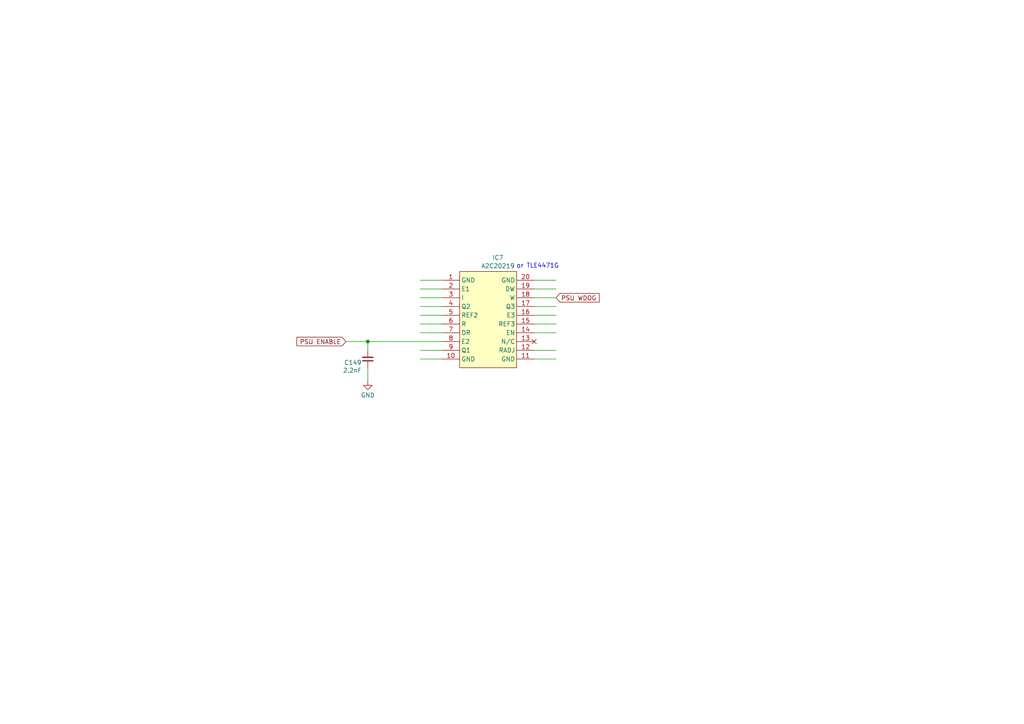
<source format=kicad_sch>
(kicad_sch
	(version 20250114)
	(generator "eeschema")
	(generator_version "9.0")
	(uuid "57ed39a1-6f06-48c6-9807-65be93d9e671")
	(paper "A4")
	(lib_symbols
		(symbol "Device:C_Small"
			(pin_numbers
				(hide yes)
			)
			(pin_names
				(offset 0.254)
				(hide yes)
			)
			(exclude_from_sim no)
			(in_bom yes)
			(on_board yes)
			(property "Reference" "C"
				(at 0.254 1.778 0)
				(effects
					(font
						(size 1.27 1.27)
					)
					(justify left)
				)
			)
			(property "Value" "C_Small"
				(at 0.254 -2.032 0)
				(effects
					(font
						(size 1.27 1.27)
					)
					(justify left)
				)
			)
			(property "Footprint" ""
				(at 0 0 0)
				(effects
					(font
						(size 1.27 1.27)
					)
					(hide yes)
				)
			)
			(property "Datasheet" "~"
				(at 0 0 0)
				(effects
					(font
						(size 1.27 1.27)
					)
					(hide yes)
				)
			)
			(property "Description" "Unpolarized capacitor, small symbol"
				(at 0 0 0)
				(effects
					(font
						(size 1.27 1.27)
					)
					(hide yes)
				)
			)
			(property "ki_keywords" "capacitor cap"
				(at 0 0 0)
				(effects
					(font
						(size 1.27 1.27)
					)
					(hide yes)
				)
			)
			(property "ki_fp_filters" "C_*"
				(at 0 0 0)
				(effects
					(font
						(size 1.27 1.27)
					)
					(hide yes)
				)
			)
			(symbol "C_Small_0_1"
				(polyline
					(pts
						(xy -1.524 0.508) (xy 1.524 0.508)
					)
					(stroke
						(width 0.3048)
						(type default)
					)
					(fill
						(type none)
					)
				)
				(polyline
					(pts
						(xy -1.524 -0.508) (xy 1.524 -0.508)
					)
					(stroke
						(width 0.3302)
						(type default)
					)
					(fill
						(type none)
					)
				)
			)
			(symbol "C_Small_1_1"
				(pin passive line
					(at 0 2.54 270)
					(length 2.032)
					(name "~"
						(effects
							(font
								(size 1.27 1.27)
							)
						)
					)
					(number "1"
						(effects
							(font
								(size 1.27 1.27)
							)
						)
					)
				)
				(pin passive line
					(at 0 -2.54 90)
					(length 2.032)
					(name "~"
						(effects
							(font
								(size 1.27 1.27)
							)
						)
					)
					(number "2"
						(effects
							(font
								(size 1.27 1.27)
							)
						)
					)
				)
			)
			(embedded_fonts no)
		)
		(symbol "SIMK43:A2C20219"
			(exclude_from_sim no)
			(in_bom yes)
			(on_board yes)
			(property "Reference" "IC"
				(at 0.508 -13.97 0)
				(effects
					(font
						(size 1.27 1.27)
					)
				)
			)
			(property "Value" ""
				(at 0 0 0)
				(effects
					(font
						(size 1.27 1.27)
					)
				)
			)
			(property "Footprint" ""
				(at 0 0 0)
				(effects
					(font
						(size 1.27 1.27)
					)
					(hide yes)
				)
			)
			(property "Datasheet" ""
				(at 0 0 0)
				(effects
					(font
						(size 1.27 1.27)
					)
					(hide yes)
				)
			)
			(property "Description" ""
				(at 0 0 0)
				(effects
					(font
						(size 1.27 1.27)
					)
					(hide yes)
				)
			)
			(symbol "A2C20219_0_1"
				(polyline
					(pts
						(xy 13.335 -6.985) (xy 14.605 -8.255)
					)
					(stroke
						(width 0)
						(type default)
					)
					(fill
						(type none)
					)
				)
				(polyline
					(pts
						(xy 13.335 -8.255) (xy 14.605 -6.985)
					)
					(stroke
						(width 0)
						(type default)
					)
					(fill
						(type none)
					)
				)
			)
			(symbol "A2C20219_1_1"
				(rectangle
					(start -7.62 12.7)
					(end 8.89 -15.24)
					(stroke
						(width 0)
						(type solid)
					)
					(fill
						(type color)
						(color 255 255 194 1)
					)
				)
				(pin bidirectional line
					(at -12.7 10.16 0)
					(length 5)
					(name "GND"
						(effects
							(font
								(size 1.27 1.27)
							)
						)
					)
					(number "1"
						(effects
							(font
								(size 1.27 1.27)
							)
						)
					)
				)
				(pin bidirectional line
					(at -12.7 7.62 0)
					(length 5)
					(name "E1"
						(effects
							(font
								(size 1.27 1.27)
							)
						)
					)
					(number "2"
						(effects
							(font
								(size 1.27 1.27)
							)
						)
					)
				)
				(pin bidirectional line
					(at -12.7 5.08 0)
					(length 5)
					(name "I"
						(effects
							(font
								(size 1.27 1.27)
							)
						)
					)
					(number "3"
						(effects
							(font
								(size 1.27 1.27)
							)
						)
					)
				)
				(pin bidirectional line
					(at -12.7 2.54 0)
					(length 5)
					(name "Q2"
						(effects
							(font
								(size 1.27 1.27)
							)
						)
					)
					(number "4"
						(effects
							(font
								(size 1.27 1.27)
							)
						)
					)
				)
				(pin bidirectional line
					(at -12.7 0 0)
					(length 5)
					(name "REF2"
						(effects
							(font
								(size 1.27 1.27)
							)
						)
					)
					(number "5"
						(effects
							(font
								(size 1.27 1.27)
							)
						)
					)
				)
				(pin bidirectional line
					(at -12.7 -2.54 0)
					(length 5)
					(name "R"
						(effects
							(font
								(size 1.27 1.27)
							)
						)
					)
					(number "6"
						(effects
							(font
								(size 1.27 1.27)
							)
						)
					)
				)
				(pin bidirectional line
					(at -12.7 -5.08 0)
					(length 5)
					(name "DR"
						(effects
							(font
								(size 1.27 1.27)
							)
						)
					)
					(number "7"
						(effects
							(font
								(size 1.27 1.27)
							)
						)
					)
				)
				(pin bidirectional line
					(at -12.7 -7.62 0)
					(length 5)
					(name "E2"
						(effects
							(font
								(size 1.27 1.27)
							)
						)
					)
					(number "8"
						(effects
							(font
								(size 1.27 1.27)
							)
						)
					)
				)
				(pin bidirectional line
					(at -12.7 -10.16 0)
					(length 5)
					(name "Q1"
						(effects
							(font
								(size 1.27 1.27)
							)
						)
					)
					(number "9"
						(effects
							(font
								(size 1.27 1.27)
							)
						)
					)
				)
				(pin bidirectional line
					(at -12.7 -12.7 0)
					(length 5)
					(name "GND"
						(effects
							(font
								(size 1.27 1.27)
							)
						)
					)
					(number "10"
						(effects
							(font
								(size 1.27 1.27)
							)
						)
					)
				)
				(pin bidirectional line
					(at 13.97 10.16 180)
					(length 5)
					(name "GND"
						(effects
							(font
								(size 1.27 1.27)
							)
						)
					)
					(number "20"
						(effects
							(font
								(size 1.27 1.27)
							)
						)
					)
				)
				(pin bidirectional line
					(at 13.97 7.62 180)
					(length 5)
					(name "DW"
						(effects
							(font
								(size 1.27 1.27)
							)
						)
					)
					(number "19"
						(effects
							(font
								(size 1.27 1.27)
							)
						)
					)
				)
				(pin bidirectional line
					(at 13.97 5.08 180)
					(length 5)
					(name "W"
						(effects
							(font
								(size 1.27 1.27)
							)
						)
					)
					(number "18"
						(effects
							(font
								(size 1.27 1.27)
							)
						)
					)
				)
				(pin bidirectional line
					(at 13.97 2.54 180)
					(length 5)
					(name "Q3"
						(effects
							(font
								(size 1.27 1.27)
							)
						)
					)
					(number "17"
						(effects
							(font
								(size 1.27 1.27)
							)
						)
					)
				)
				(pin bidirectional line
					(at 13.97 0 180)
					(length 5)
					(name "E3"
						(effects
							(font
								(size 1.27 1.27)
							)
						)
					)
					(number "16"
						(effects
							(font
								(size 1.27 1.27)
							)
						)
					)
				)
				(pin bidirectional line
					(at 13.97 -2.54 180)
					(length 5)
					(name "REF3"
						(effects
							(font
								(size 1.27 1.27)
							)
						)
					)
					(number "15"
						(effects
							(font
								(size 1.27 1.27)
							)
						)
					)
				)
				(pin bidirectional line
					(at 13.97 -5.08 180)
					(length 5)
					(name "EN"
						(effects
							(font
								(size 1.27 1.27)
							)
						)
					)
					(number "14"
						(effects
							(font
								(size 1.27 1.27)
							)
						)
					)
				)
				(pin bidirectional line
					(at 13.97 -7.62 180)
					(length 5)
					(name "N/C"
						(effects
							(font
								(size 1.27 1.27)
							)
						)
					)
					(number "13"
						(effects
							(font
								(size 1.27 1.27)
							)
						)
					)
				)
				(pin bidirectional line
					(at 13.97 -10.16 180)
					(length 5)
					(name "RADJ"
						(effects
							(font
								(size 1.27 1.27)
							)
						)
					)
					(number "12"
						(effects
							(font
								(size 1.27 1.27)
							)
						)
					)
				)
				(pin bidirectional line
					(at 13.97 -12.7 180)
					(length 5)
					(name "GND"
						(effects
							(font
								(size 1.27 1.27)
							)
						)
					)
					(number "11"
						(effects
							(font
								(size 1.27 1.27)
							)
						)
					)
				)
			)
			(embedded_fonts no)
		)
		(symbol "power:GND"
			(power)
			(pin_numbers
				(hide yes)
			)
			(pin_names
				(offset 0)
				(hide yes)
			)
			(exclude_from_sim no)
			(in_bom yes)
			(on_board yes)
			(property "Reference" "#PWR"
				(at 0 -6.35 0)
				(effects
					(font
						(size 1.27 1.27)
					)
					(hide yes)
				)
			)
			(property "Value" "GND"
				(at 0 -3.81 0)
				(effects
					(font
						(size 1.27 1.27)
					)
				)
			)
			(property "Footprint" ""
				(at 0 0 0)
				(effects
					(font
						(size 1.27 1.27)
					)
					(hide yes)
				)
			)
			(property "Datasheet" ""
				(at 0 0 0)
				(effects
					(font
						(size 1.27 1.27)
					)
					(hide yes)
				)
			)
			(property "Description" "Power symbol creates a global label with name \"GND\" , ground"
				(at 0 0 0)
				(effects
					(font
						(size 1.27 1.27)
					)
					(hide yes)
				)
			)
			(property "ki_keywords" "global power"
				(at 0 0 0)
				(effects
					(font
						(size 1.27 1.27)
					)
					(hide yes)
				)
			)
			(symbol "GND_0_1"
				(polyline
					(pts
						(xy 0 0) (xy 0 -1.27) (xy 1.27 -1.27) (xy 0 -2.54) (xy -1.27 -1.27) (xy 0 -1.27)
					)
					(stroke
						(width 0)
						(type default)
					)
					(fill
						(type none)
					)
				)
			)
			(symbol "GND_1_1"
				(pin power_in line
					(at 0 0 270)
					(length 0)
					(name "~"
						(effects
							(font
								(size 1.27 1.27)
							)
						)
					)
					(number "1"
						(effects
							(font
								(size 1.27 1.27)
							)
						)
					)
				)
			)
			(embedded_fonts no)
		)
	)
	(text "or TLE4471G"
		(exclude_from_sim no)
		(at 155.956 77.216 0)
		(effects
			(font
				(size 1.27 1.27)
			)
		)
		(uuid "218bb00c-2d71-4b99-afda-4b164b329561")
	)
	(junction
		(at 106.68 99.06)
		(diameter 0)
		(color 0 0 0 0)
		(uuid "9582f274-035b-4c95-91f3-bbe477fb1e57")
	)
	(wire
		(pts
			(xy 154.94 86.36) (xy 161.29 86.36)
		)
		(stroke
			(width 0)
			(type default)
		)
		(uuid "08abb6b1-1ac6-44b7-a58e-39bfbacb09cb")
	)
	(wire
		(pts
			(xy 154.94 96.52) (xy 161.29 96.52)
		)
		(stroke
			(width 0)
			(type default)
		)
		(uuid "19f48963-0761-4442-9fda-45172fb28e10")
	)
	(wire
		(pts
			(xy 154.94 104.14) (xy 161.29 104.14)
		)
		(stroke
			(width 0)
			(type default)
		)
		(uuid "4ec6b3a8-32a7-4801-8411-87992a9f2e4d")
	)
	(wire
		(pts
			(xy 121.92 104.14) (xy 128.27 104.14)
		)
		(stroke
			(width 0)
			(type default)
		)
		(uuid "52305155-6614-48e2-bcde-e142e6561278")
	)
	(wire
		(pts
			(xy 121.92 88.9) (xy 128.27 88.9)
		)
		(stroke
			(width 0)
			(type default)
		)
		(uuid "53b6d369-642c-49fd-bcdc-cf21efb0ab49")
	)
	(wire
		(pts
			(xy 121.92 91.44) (xy 128.27 91.44)
		)
		(stroke
			(width 0)
			(type default)
		)
		(uuid "58516451-7dfa-451b-9c8c-e553c2a3fb99")
	)
	(wire
		(pts
			(xy 121.92 101.6) (xy 128.27 101.6)
		)
		(stroke
			(width 0)
			(type default)
		)
		(uuid "62f3ce56-2618-4dcf-8e2f-9b9ad0dd8646")
	)
	(wire
		(pts
			(xy 154.94 101.6) (xy 161.29 101.6)
		)
		(stroke
			(width 0)
			(type default)
		)
		(uuid "710696a0-da3b-4755-9f85-d1f30ea9ce01")
	)
	(wire
		(pts
			(xy 154.94 88.9) (xy 161.29 88.9)
		)
		(stroke
			(width 0)
			(type default)
		)
		(uuid "a8efd97a-45be-4ea9-97d4-5d51b8df3b60")
	)
	(wire
		(pts
			(xy 106.68 106.68) (xy 106.68 110.49)
		)
		(stroke
			(width 0)
			(type default)
		)
		(uuid "b0a800c8-4f34-46b9-9a66-5b3fc77af280")
	)
	(wire
		(pts
			(xy 121.92 81.28) (xy 128.27 81.28)
		)
		(stroke
			(width 0)
			(type default)
		)
		(uuid "b2d5ef3d-9826-4ffa-bd3f-af8f1446b710")
	)
	(wire
		(pts
			(xy 154.94 81.28) (xy 161.29 81.28)
		)
		(stroke
			(width 0)
			(type default)
		)
		(uuid "b47b928e-ff9b-40a2-92b4-9e81c7eaa017")
	)
	(wire
		(pts
			(xy 121.92 83.82) (xy 128.27 83.82)
		)
		(stroke
			(width 0)
			(type default)
		)
		(uuid "bbd4de56-0d37-4a34-8f69-af29ac9b4cc5")
	)
	(wire
		(pts
			(xy 100.33 99.06) (xy 106.68 99.06)
		)
		(stroke
			(width 0)
			(type default)
		)
		(uuid "c40ab6a7-0668-4218-b882-5bb7b962135d")
	)
	(wire
		(pts
			(xy 106.68 99.06) (xy 128.27 99.06)
		)
		(stroke
			(width 0)
			(type default)
		)
		(uuid "ce5ce9bf-c71a-40e1-8a79-18b621360759")
	)
	(wire
		(pts
			(xy 106.68 99.06) (xy 106.68 101.6)
		)
		(stroke
			(width 0)
			(type default)
		)
		(uuid "d74b0970-6709-4db4-b368-abbc5d82192c")
	)
	(wire
		(pts
			(xy 154.94 93.98) (xy 161.29 93.98)
		)
		(stroke
			(width 0)
			(type default)
		)
		(uuid "e3aa1e7b-08e3-4de5-9d1e-ab39c4e3ad93")
	)
	(wire
		(pts
			(xy 121.92 93.98) (xy 128.27 93.98)
		)
		(stroke
			(width 0)
			(type default)
		)
		(uuid "e4bbb483-bbdd-4398-a747-70cd125296ef")
	)
	(wire
		(pts
			(xy 154.94 83.82) (xy 161.29 83.82)
		)
		(stroke
			(width 0)
			(type default)
		)
		(uuid "ec501873-e097-44c3-b661-42793c2a6fbd")
	)
	(wire
		(pts
			(xy 154.94 91.44) (xy 161.29 91.44)
		)
		(stroke
			(width 0)
			(type default)
		)
		(uuid "f45a0292-335c-4e60-9b6c-8c5801db2fc0")
	)
	(wire
		(pts
			(xy 121.92 96.52) (xy 128.27 96.52)
		)
		(stroke
			(width 0)
			(type default)
		)
		(uuid "f679f104-9973-46d9-afad-5691a65036ab")
	)
	(wire
		(pts
			(xy 121.92 86.36) (xy 128.27 86.36)
		)
		(stroke
			(width 0)
			(type default)
		)
		(uuid "f9a4b48a-a1bc-4527-8dc2-090a79fc6261")
	)
	(global_label "PSU ENABLE"
		(shape input)
		(at 100.33 99.06 180)
		(fields_autoplaced yes)
		(effects
			(font
				(size 1.27 1.27)
			)
			(justify right)
		)
		(uuid "8d7bd304-89f7-4f47-99f3-da1537f343a4")
		(property "Intersheetrefs" "${INTERSHEET_REFS}"
			(at 85.552 99.06 0)
			(effects
				(font
					(size 1.27 1.27)
				)
				(justify right)
				(hide yes)
			)
		)
	)
	(global_label "PSU WDOG"
		(shape input)
		(at 161.29 86.36 0)
		(fields_autoplaced yes)
		(effects
			(font
				(size 1.27 1.27)
			)
			(justify left)
		)
		(uuid "d72b9f13-8c9f-4143-9ebb-1904c1a1be8f")
		(property "Intersheetrefs" "${INTERSHEET_REFS}"
			(at 180.3618 86.36 0)
			(effects
				(font
					(size 1.27 1.27)
				)
				(justify left)
				(hide yes)
			)
		)
	)
	(symbol
		(lib_id "power:GND")
		(at 106.68 110.49 0)
		(unit 1)
		(exclude_from_sim no)
		(in_bom yes)
		(on_board yes)
		(dnp no)
		(fields_autoplaced yes)
		(uuid "1ce10082-b724-405f-aca1-0f79641a6d1c")
		(property "Reference" "#PWR044"
			(at 106.68 116.84 0)
			(effects
				(font
					(size 1.27 1.27)
				)
				(hide yes)
			)
		)
		(property "Value" "GND"
			(at 106.68 114.6231 0)
			(effects
				(font
					(size 1.27 1.27)
				)
			)
		)
		(property "Footprint" ""
			(at 106.68 110.49 0)
			(effects
				(font
					(size 1.27 1.27)
				)
				(hide yes)
			)
		)
		(property "Datasheet" ""
			(at 106.68 110.49 0)
			(effects
				(font
					(size 1.27 1.27)
				)
				(hide yes)
			)
		)
		(property "Description" "Power symbol creates a global label with name \"GND\" , ground"
			(at 106.68 110.49 0)
			(effects
				(font
					(size 1.27 1.27)
				)
				(hide yes)
			)
		)
		(pin "1"
			(uuid "dcf92959-11a5-43cb-a370-99392cc19571")
		)
		(instances
			(project "5wy19_converted"
				(path "/abd366a8-4ac6-4ee7-9079-ac453affd4f2/c4e8148c-e0d9-424a-a1b0-b7edb94ab807"
					(reference "#PWR044")
					(unit 1)
				)
			)
		)
	)
	(symbol
		(lib_id "SIMK43:A2C20219")
		(at 140.97 91.44 0)
		(unit 1)
		(exclude_from_sim no)
		(in_bom yes)
		(on_board yes)
		(dnp no)
		(fields_autoplaced yes)
		(uuid "1d1d78ae-4b5c-4764-bfb2-55f3a85d6c1e")
		(property "Reference" "IC7"
			(at 144.4225 74.7225 0)
			(effects
				(font
					(size 1.27 1.27)
				)
			)
		)
		(property "Value" "A2C20219"
			(at 144.4225 77.1468 0)
			(effects
				(font
					(size 1.27 1.27)
				)
			)
		)
		(property "Footprint" ""
			(at 140.97 91.44 0)
			(effects
				(font
					(size 1.27 1.27)
				)
				(hide yes)
			)
		)
		(property "Datasheet" ""
			(at 140.97 91.44 0)
			(effects
				(font
					(size 1.27 1.27)
				)
				(hide yes)
			)
		)
		(property "Description" ""
			(at 140.97 91.44 0)
			(effects
				(font
					(size 1.27 1.27)
				)
				(hide yes)
			)
		)
		(pin "19"
			(uuid "f69114d7-3a3f-4e54-bdbd-817822e0a2a6")
		)
		(pin "5"
			(uuid "99e22955-c553-4214-90f9-88212a7a30ae")
		)
		(pin "6"
			(uuid "4f038424-ae10-454c-bbc0-3d770ed33896")
		)
		(pin "7"
			(uuid "c8b96d33-15b0-45d0-ab9c-6d4066ecd68c")
		)
		(pin "1"
			(uuid "24de99fc-39d5-4d49-ae0c-6520ae3d36b5")
		)
		(pin "4"
			(uuid "09fd8282-410c-4f7f-ac38-0d4156c1437b")
		)
		(pin "9"
			(uuid "35a505bf-5310-4337-b263-64b7ea8d15c2")
		)
		(pin "10"
			(uuid "f8c0f228-246b-43a7-9b8a-f7203cc325d9")
		)
		(pin "15"
			(uuid "10e28f5b-169c-4969-8218-6db2028f4e7d")
		)
		(pin "14"
			(uuid "45efc861-8b02-4966-a409-ae92a72a9a84")
		)
		(pin "8"
			(uuid "5b0fc4cb-bffd-4f34-a214-9b87cb95cf11")
		)
		(pin "3"
			(uuid "0c594ab7-bf4e-4a99-9739-e4a89c809b05")
		)
		(pin "20"
			(uuid "81389623-09eb-4445-a361-a731637caad3")
		)
		(pin "18"
			(uuid "8dacda54-9850-43ef-b800-415ea57aff68")
		)
		(pin "17"
			(uuid "d617900d-75cd-4a66-bd24-877db0183958")
		)
		(pin "13"
			(uuid "5ea7d2f4-39da-4cc7-b3dd-e28954d8a7d6")
		)
		(pin "16"
			(uuid "d06ac34e-0b29-4e4e-b697-cace852e08ec")
		)
		(pin "12"
			(uuid "80d542b6-7e4b-4c30-9a50-591b354c1a1e")
		)
		(pin "11"
			(uuid "3f02e669-708e-4374-9504-68c4faff1e90")
		)
		(pin "2"
			(uuid "51c6eb3b-a653-4f8c-86d3-b5c6e7432f85")
		)
		(instances
			(project ""
				(path "/abd366a8-4ac6-4ee7-9079-ac453affd4f2/c4e8148c-e0d9-424a-a1b0-b7edb94ab807"
					(reference "IC7")
					(unit 1)
				)
			)
		)
	)
	(symbol
		(lib_id "Device:C_Small")
		(at 106.68 104.14 180)
		(unit 1)
		(exclude_from_sim no)
		(in_bom yes)
		(on_board yes)
		(dnp no)
		(uuid "2dbf7c95-d884-4104-ba76-0b5d0332d84f")
		(property "Reference" "C149"
			(at 104.902 105.156 0)
			(effects
				(font
					(size 1.27 1.27)
				)
				(justify left)
			)
		)
		(property "Value" "2.2nF"
			(at 104.902 107.442 0)
			(effects
				(font
					(size 1.27 1.27)
				)
				(justify left)
			)
		)
		(property "Footprint" ""
			(at 106.68 104.14 0)
			(effects
				(font
					(size 1.27 1.27)
				)
				(hide yes)
			)
		)
		(property "Datasheet" "~"
			(at 106.68 104.14 0)
			(effects
				(font
					(size 1.27 1.27)
				)
				(hide yes)
			)
		)
		(property "Description" "Unpolarized capacitor, small symbol"
			(at 106.68 104.14 0)
			(effects
				(font
					(size 1.27 1.27)
				)
				(hide yes)
			)
		)
		(pin "1"
			(uuid "01b5ecdc-1f83-4b71-8584-d19db0988c79")
		)
		(pin "2"
			(uuid "de99760a-ac07-4119-a7f3-43d8f15a18d1")
		)
		(instances
			(project "5wy19_converted"
				(path "/abd366a8-4ac6-4ee7-9079-ac453affd4f2/c4e8148c-e0d9-424a-a1b0-b7edb94ab807"
					(reference "C149")
					(unit 1)
				)
			)
		)
	)
)

</source>
